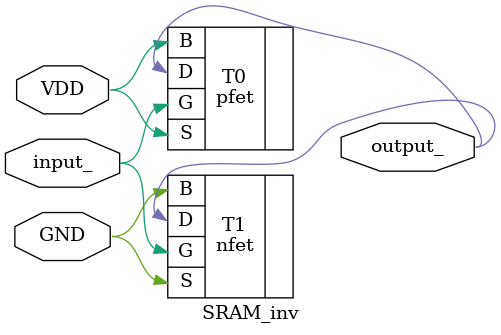
<source format=v>

module SRAM_inv ( output_, VDD, GND, input_ );

output  output_;

inout  VDD, GND;

input  input_;


specify 
    //specparam CDS_LIBNAME  = "VLSILab";
    //specparam CDS_CELLNAME = "SRAM_inv";
    //specparam CDS_VIEWNAME = "schematic";
endspecify

pfet  T0 ( .G(input_), .B(VDD), .S(VDD), .D(output_));
nfet  T1 ( .G(input_), .B(GND), .S(GND), .D(output_));

endmodule

</source>
